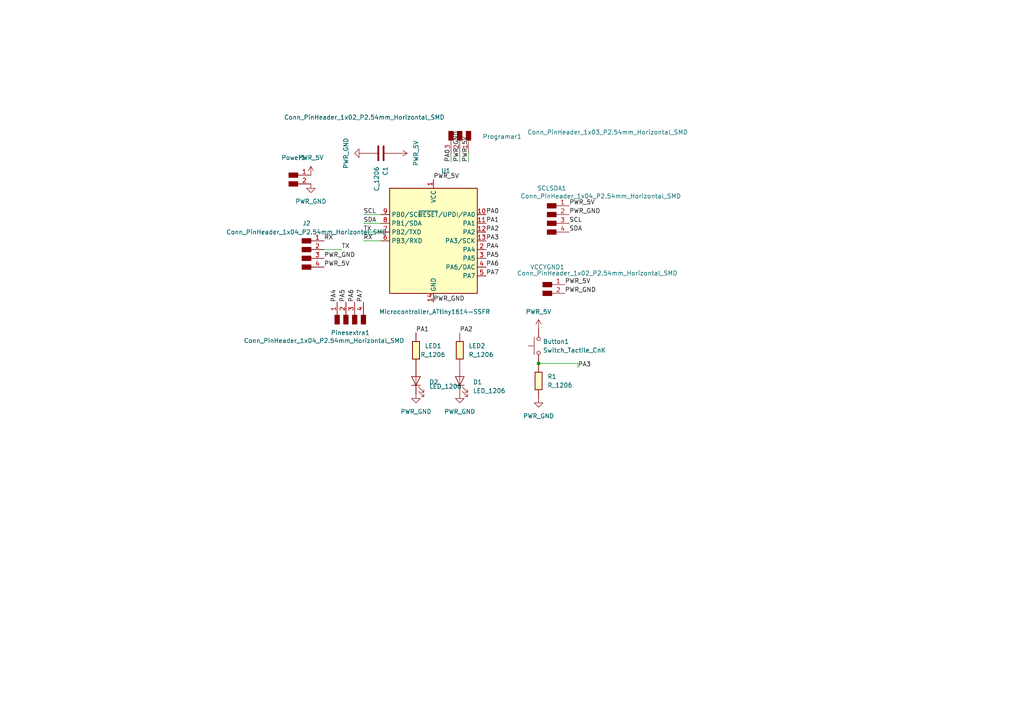
<source format=kicad_sch>
(kicad_sch (version 20231120) (generator "eeschema") (generator_version "8.0")
  (paper "A4")
  (lib_symbols
    (symbol "Fab:C_1206" (pin_numbers hide)
      (property "Reference" "C" (at 0.635 2.54 0))
      (property "Value" "C_1206" (at 0.635 -2.54 0))
      (symbol "C_1206_0_1"
        (polyline (pts (xy -2.032 -0.762) (xy 2.032 -0.762)) (stroke (width 0.508)))
        (polyline (pts (xy -2.032 0.762) (xy 2.032 0.762)) (stroke (width 0.508)))
        (polyline (pts (xy 0 -0.635) (xy 0 -2.54)))
        (polyline (pts (xy 0 0.635) (xy 0 2.54)))
      )
      (symbol "C_1206_1_1"
        (pin passive line (at 0 5.08 270) (length 2.54) (name "~") (number "1"))
        (pin passive line (at 0 -5.08 90) (length 2.54) (name "~") (number "2"))
      )
    )
    (symbol "Fab:Conn_PinHeader_1x02_P2.54mm_Horizontal_SMD" (pin_names hide)
      (property "Reference" "J" (at 0 2.54 0))
      (property "Value" "Conn_PinHeader_1x02_P2.54mm_Horizontal_SMD" (at 0 -5.08 0))
      (symbol "Conn_PinHeader_1x02_P2.54mm_Horizontal_SMD_1_1"
        (rectangle (start -1.27 -1.905) (end 1.27 -3.175) (stroke (width 0.254)) (fill (type outline)))
        (rectangle (start -1.27 0.635) (end 1.27 -0.635) (stroke (width 0.254)) (fill (type outline)))
        (pin passive line (at 5.08 0 180) (length 3.81) (name "Pin_1") (number "1"))
        (pin passive line (at 5.08 -2.54 180) (length 3.81) (name "Pin_2") (number "2"))
      )
    )
    (symbol "Fab:Conn_PinHeader_1x03_P2.54mm_Horizontal_SMD" (pin_names hide)
      (property "Reference" "J" (at 0 5.08 0))
      (property "Value" "Conn_PinHeader_1x03_P2.54mm_Horizontal_SMD" (at 0 -5.08 0))
      (symbol "Conn_PinHeader_1x03_P2.54mm_Horizontal_SMD_1_1"
        (rectangle (start -1.27 -1.905) (end 1.27 -3.175) (stroke (width 0.254)) (fill (type outline)))
        (rectangle (start -1.27 0.635) (end 1.27 -0.635) (stroke (width 0.254)) (fill (type outline)))
        (rectangle (start -1.27 3.175) (end 1.27 1.905) (stroke (width 0.254)) (fill (type outline)))
        (pin passive line (at 5.08 2.54 180) (length 3.81) (name "Pin_1") (number "1"))
        (pin passive line (at 5.08 0 180) (length 3.81) (name "Pin_2") (number "2"))
        (pin passive line (at 5.08 -2.54 180) (length 3.81) (name "Pin_3") (number "3"))
      )
    )
    (symbol "Fab:Conn_PinHeader_1x04_P2.54mm_Horizontal_SMD" (pin_names hide)
      (property "Reference" "J" (at 0 5.08 0))
      (property "Value" "Conn_PinHeader_1x04_P2.54mm_Horizontal_SMD" (at 0 -7.62 0))
      (symbol "Conn_PinHeader_1x04_P2.54mm_Horizontal_SMD_1_1"
        (rectangle (start -1.27 -4.445) (end 1.27 -5.715) (stroke (width 0.254)) (fill (type outline)))
        (rectangle (start -1.27 -1.905) (end 1.27 -3.175) (stroke (width 0.254)) (fill (type outline)))
        (rectangle (start -1.27 0.635) (end 1.27 -0.635) (stroke (width 0.254)) (fill (type outline)))
        (rectangle (start -1.27 3.175) (end 1.27 1.905) (stroke (width 0.254)) (fill (type outline)))
        (pin passive line (at 5.08 2.54 180) (length 3.81) (name "Pin_1") (number "1"))
        (pin passive line (at 5.08 0 180) (length 3.81) (name "Pin_2") (number "2"))
        (pin passive line (at 5.08 -2.54 180) (length 3.81) (name "Pin_3") (number "3"))
        (pin passive line (at 5.08 -5.08 180) (length 3.81) (name "Pin_4") (number "4"))
      )
    )
    (symbol "Fab:LED_1206" (pin_numbers hide) (pin_names (offset 1.016) hide)
      (property "Reference" "D" (at 0 2.54 0))
      (property "Value" "LED_1206" (at 0 -2.54 0))
      (symbol "LED_1206_0_1"
        (polyline (pts (xy -1.27 -1.27) (xy -1.27 1.27)) (stroke (width 0.2032)))
        (polyline (pts (xy -1.27 0) (xy 1.27 0)))
        (polyline (pts (xy 1.27 -1.27) (xy 1.27 1.27) (xy -1.27 0) (xy 1.27 -1.27)) (stroke (width 0.2032)))
        (polyline (pts (xy -3.048 -0.762) (xy -4.572 -2.286) (xy -3.81 -2.286) (xy -4.572 -2.286) (xy -4.572 -1.524)))
        (polyline (pts (xy -1.778 -0.762) (xy -3.302 -2.286) (xy -2.54 -2.286) (xy -3.302 -2.286) (xy -3.302 -1.524)))
      )
      (symbol "LED_1206_1_1"
        (pin passive line (at -3.81 0 0) (length 2.54) (name "K") (number "1"))
        (pin passive line (at 3.81 0 180) (length 2.54) (name "A") (number "2"))
      )
    )
    (symbol "Fab:Microcontroller_ATtiny1614-SSFR"
      (property "Reference" "U" (at -12.7 17.78 0))
      (property "Value" "Microcontroller_ATtiny1614-SSFR" (at 7.62 17.78 0))
      (symbol "Microcontroller_ATtiny1614-SSFR_0_1"
        (rectangle (start -12.7 -15.24) (end 12.7 15.24) (stroke (width 0.254)) (fill (type background)))
      )
      (symbol "Microcontroller_ATtiny1614-SSFR_1_1"
        (pin power_in line (at 0 17.78 270) (length 2.54) (name "VCC") (number "1"))
        (pin bidirectional line (at 15.24 7.62 180) (length 2.54) (name "~{RESET}/UPDI/PA0") (number "10"))
        (pin bidirectional line (at 15.24 5.08 180) (length 2.54) (name "PA1") (number "11"))
        (pin bidirectional line (at 15.24 2.54 180) (length 2.54) (name "PA2") (number "12"))
        (pin bidirectional line (at 15.24 0 180) (length 2.54) (name "PA3/SCK") (number "13"))
        (pin power_in line (at 0 -17.78 90) (length 2.54) (name "GND") (number "14"))
        (pin bidirectional line (at 15.24 -2.54 180) (length 2.54) (name "PA4") (number "2"))
        (pin bidirectional line (at 15.24 -5.08 180) (length 2.54) (name "PA5") (number "3"))
        (pin bidirectional line (at 15.24 -7.62 180) (length 2.54) (name "PA6/DAC") (number "4"))
        (pin bidirectional line (at 15.24 -10.16 180) (length 2.54) (name "PA7") (number "5"))
        (pin bidirectional line (at -15.24 0 0) (length 2.54) (name "PB3/RXD") (number "6"))
        (pin bidirectional line (at -15.24 2.54 0) (length 2.54) (name "PB2/TXD") (number "7"))
        (pin bidirectional line (at -15.24 5.08 0) (length 2.54) (name "PB1/SDA") (number "8"))
        (pin bidirectional line (at -15.24 7.62 0) (length 2.54) (name "PB0/SCL") (number "9"))
      )
    )
    (symbol "Fab:PWR_5V" (power) (pin_names (offset 0))
      (property "Value" "PWR_5V" (at 0 3.556 0))
      (symbol "PWR_5V_0_1"
        (polyline (pts (xy -0.762 1.27) (xy 0 2.54)))
        (polyline (pts (xy 0 0) (xy 0 2.54)))
        (polyline (pts (xy 0 2.54) (xy 0.762 1.27)))
      )
      (symbol "PWR_5V_1_1"
        (pin power_in line (at 0 0 90) (length 0) hide (name "PWR_5V") (number "1"))
      )
    )
    (symbol "Fab:PWR_GND" (power) (pin_names (offset 0))
      (property "Value" "PWR_GND" (at 0 -3.81 0))
      (symbol "PWR_GND_0_1"
        (polyline (pts (xy 0 0) (xy 0 -1.27) (xy 1.27 -1.27) (xy 0 -2.54) (xy -1.27 -1.27) (xy 0 -1.27)))
      )
      (symbol "PWR_GND_1_1"
        (pin power_in line (at 0 0 270) (length 0) hide (name "PWR_GND") (number "1"))
      )
    )
    (symbol "Fab:R_1206" (pin_numbers hide) (pin_names (offset 0))
      (property "Reference" "R" (at 2.54 0 90))
      (property "Value" "R_1206" (at -2.54 0 90))
      (symbol "R_1206_0_1"
        (rectangle (start -1.016 -2.54) (end 1.016 2.54) (stroke (width 0.254)) (fill (type background)))
      )
      (symbol "R_1206_1_1"
        (pin passive line (at 0 5.08 270) (length 2.54) (name "~") (number "1"))
        (pin passive line (at 0 -5.08 90) (length 2.54) (name "~") (number "2"))
      )
    )
    (symbol "Fab:Switch_Tactile_CnK" (pin_numbers hide) (pin_names (offset 1.016) hide)
      (property "Reference" "SW" (at 1.27 3.81 0))
      (property "Value" "Switch_Tactile_CnK" (at 0 0 0))
      (symbol "Switch_Tactile_CnK_0_1"
        (circle (center -2.032 0) (radius 0.508))
        (polyline (pts (xy 0 1.27) (xy 0 3.048)))
        (polyline (pts (xy 2.54 1.27) (xy -2.54 1.27)))
        (circle (center 2.032 0) (radius 0.508))
        (pin passive line (at -5.08 0 0) (length 2.54) (name "1") (number "1"))
        (pin passive line (at 5.08 0 180) (length 2.54) (name "2") (number "2"))
      )
    )
  )
  (junction (at 156.21 105.41))
  (wire (pts (xy 133.35 46.99) (xy 133.35 44.45)))
  (wire (pts (xy 130.81 46.99) (xy 130.81 44.45)))
  (wire (pts (xy 105.41 62.23) (xy 110.49 62.23)))
  (wire (pts (xy 99.06 72.39) (xy 93.98 72.39)))
  (wire (pts (xy 135.89 46.99) (xy 135.89 44.45)))
  (wire (pts (xy 167.64 105.41) (xy 167.64 106.68)))
  (wire (pts (xy 156.21 105.41) (xy 167.64 105.41)))
  (wire (pts (xy 105.41 64.77) (xy 110.49 64.77)))
  (wire (pts (xy 105.41 69.85) (xy 110.49 69.85)))
  (wire (pts (xy 105.41 67.31) (xy 110.49 67.31)))
  (label "PWR_5V" (at 93.98 77.47 0))
  (label "PA5" (at 140.97 74.93 0))
  (label "PWR_GND" (at 93.98 74.93 0))
  (label "PA0" (at 130.81 46.99 90))
  (label "SCL" (at 165.1 64.77 0))
  (label "PWR_GND" (at 165.1 62.23 0))
  (label "PA4" (at 97.79 87.63 90))
  (label "PA4" (at 140.97 72.39 0))
  (label "PA3" (at 140.97 69.85 0))
  (label "PWR_5V" (at 125.73 52.07 0))
  (label "TX" (at 99.06 72.39 0))
  (label "PWR_GND" (at 133.35 46.99 90))
  (label "TX" (at 105.41 67.31 0))
  (label "PA0" (at 140.97 62.23 0))
  (label "SDA" (at 105.41 64.77 0))
  (label "PA3" (at 167.64 106.68 0))
  (label "PWR_5V" (at 165.1 59.69 0))
  (label "PA5" (at 100.33 87.63 90))
  (label "PA2" (at 140.97 67.31 0))
  (label "RX" (at 93.98 69.85 0))
  (label "SDA" (at 165.1 67.31 0))
  (label "PA1" (at 140.97 64.77 0))
  (label "PA1" (at 120.65 96.52 0))
  (label "PA7" (at 140.97 80.01 0))
  (label "PWR_5V" (at 135.89 46.99 90))
  (label "RX" (at 105.41 69.85 0))
  (label "PA7" (at 105.41 87.63 90))
  (label "PA6" (at 140.97 77.47 0))
  (label "PA6" (at 102.87 87.63 90))
  (label "PWR_5V" (at 163.83 82.55 0))
  (label "PWR_GND" (at 125.73 87.63 0))
  (label "SCL" (at 105.41 62.23 0))
  (label "PWR_GND" (at 163.83 85.09 0))
  (label "PA2" (at 133.35 96.52 0))
  (symbol (lib_id "Fab:Conn_PinHeader_1x04_P2.54mm_Horizontal_SMD") (at 100.33 92.71 90) (unit 1)
    (property "Reference" "Pinesextra1" (at 101.6 96.52 90))
    (property "Value" "Conn_PinHeader_1x04_P2.54mm_Horizontal_SMD" (at 93.98 98.806 90))
    (property "Footprint" "fab:PinHeader_1x04_P2.54mm_Horizontal_SMD" (effects (hide yes)))
    (property "Description" "Male connector, single row" (effects (hide yes)))
  )
  (symbol (lib_id "Fab:Conn_PinHeader_1x04_P2.54mm_Horizontal_SMD") (at 160.02 62.23 0) (unit 1)
    (property "Reference" "SCLSDA1" (at 160.02 54.61 0))
    (property "Value" "Conn_PinHeader_1x04_P2.54mm_Horizontal_SMD" (at 174.244 56.896 0))
    (property "Footprint" "fab:PinHeader_1x04_P2.54mm_Horizontal_SMD" (effects (hide yes)))
    (property "Description" "Male connector, single row" (effects (hide yes)))
  )
  (symbol (lib_id "Fab:Conn_PinHeader_1x03_P2.54mm_Horizontal_SMD") (at 133.35 39.37 270) (unit 1)
    (property "Reference" "Programar1" (at 139.954 39.624 90) (effects (justify left)))
    (property "Value" "Conn_PinHeader_1x03_P2.54mm_Horizontal_SMD" (at 152.908 38.354 90) (effects (justify left)))
    (property "Footprint" "fab:PinHeader_1x03_P2.54mm_Horizontal_SMD" (effects (hide yes)))
    (property "Description" "Male connector, single row" (effects (hide yes)))
  )
  (symbol (lib_id "Fab:PWR_GND") (at 90.17 53.34 0) (unit 1)
    (property "Reference" "#PWR02" (effects (hide yes)))
    (property "Value" "PWR_GND" (at 90.17 58.42 0))
    (property "Description" "Power symbol creates a global label with name \"GND\" , ground" (effects (hide yes)))
  )
  (symbol (lib_id "Fab:Microcontroller_ATtiny1614-SSFR") (at 125.73 69.85 0) (unit 1)
    (property "Reference" "U1" (at 127.9241 49.53 0) (effects (justify left)))
    (property "Value" "Microcontroller_ATtiny1614-SSFR" (at 109.982 90.424 0) (effects (justify left)))
    (property "Footprint" "fab:SOIC-14_3.9x8.7mm_P1.27mm" (effects (hide yes)))
    (property "Datasheet" "http://ww1.microchip.com/downloads/en/DeviceDoc/ATtiny1614-16-17-DataSheet-DS40002204A.pdf" (effects (hide yes)))
    (property "Description" "AVR tinyAVR™ 1 Microcontroller IC 8-Bit 16MHz 16KB (16K x 8) FLASH 14-SOIC" (effects (hide yes)))
  )
  (symbol (lib_id "Fab:Conn_PinHeader_1x04_P2.54mm_Horizontal_SMD") (at 88.9 72.39 0) (unit 1)
    (property "Reference" "J2" (at 88.9 64.77 0))
    (property "Value" "Conn_PinHeader_1x04_P2.54mm_Horizontal_SMD" (at 88.9 67.31 0))
    (property "Footprint" "fab:PinHeader_1x04_P2.54mm_Horizontal_SMD" (effects (hide yes)))
    (property "Description" "Male connector, single row" (effects (hide yes)))
  )
  (symbol (lib_id "Fab:LED_1206") (at 120.65 110.49 90) (unit 1)
    (property "Reference" "D2" (at 124.46 110.8201 90) (effects (justify right)))
    (property "Value" "LED_1206" (at 124.46 112.0901 90) (effects (justify right)))
    (property "Footprint" "fab:LED_1206" (effects (hide yes)))
    (property "Datasheet" "https://optoelectronics.liteon.com/upload/download/DS-22-98-0002/LTST-C150CKT.pdf" (effects (hide yes)))
    (property "Description" "Light emitting diode, Lite-On Inc. LTST, SMD" (effects (hide yes)))
  )
  (symbol (lib_id "Fab:Conn_PinHeader_1x02_P2.54mm_Horizontal_SMD") (at 158.75 82.55 0) (unit 1)
    (property "Reference" "VCCYGND1" (at 158.75 77.47 0))
    (property "Value" "Conn_PinHeader_1x02_P2.54mm_Horizontal_SMD" (at 173.228 79.248 0))
    (property "Footprint" "fab:PinHeader_1x02_P2.54mm_Horizontal_SMD" (effects (hide yes)))
    (property "Description" "Male connector, single row" (effects (hide yes)))
  )
  (symbol (lib_id "Fab:PWR_GND") (at 120.65 114.3 0) (unit 1)
    (property "Reference" "#PWR06" (effects (hide yes)))
    (property "Value" "PWR_GND" (at 120.65 119.38 0))
    (property "Description" "Power symbol creates a global label with name \"GND\" , ground" (effects (hide yes)))
  )
  (symbol (lib_id "Fab:R_1206") (at 133.35 101.6 0) (unit 1)
    (property "Reference" "LED2" (at 135.89 100.3299 0) (effects (justify left)))
    (property "Value" "R_1206" (at 135.89 102.8699 0) (effects (justify left)))
    (property "Footprint" "fab:R_1206" (effects (hide yes)))
    (property "Description" "Resistor" (effects (hide yes)))
  )
  (symbol (lib_id "Fab:R_1206") (at 120.65 101.6 0) (unit 1)
    (property "Reference" "LED1" (at 123.19 100.3299 0) (effects (justify left)))
    (property "Value" "R_1206" (at 121.92 102.8699 0) (effects (justify left)))
    (property "Footprint" "fab:R_1206" (effects (hide yes)))
    (property "Description" "Resistor" (effects (hide yes)))
  )
  (symbol (lib_id "Fab:PWR_GND") (at 156.21 115.57 0) (unit 1)
    (property "Reference" "#PWR04" (effects (hide yes)))
    (property "Value" "PWR_GND" (at 156.21 120.65 0))
    (property "Description" "Power symbol creates a global label with name \"GND\" , ground" (effects (hide yes)))
  )
  (symbol (lib_id "Fab:LED_1206") (at 133.35 110.49 90) (unit 1)
    (property "Reference" "D1" (at 137.16 110.8201 90) (effects (justify right)))
    (property "Value" "LED_1206" (at 137.16 113.3601 90) (effects (justify right)))
    (property "Footprint" "fab:LED_1206" (effects (hide yes)))
    (property "Datasheet" "https://optoelectronics.liteon.com/upload/download/DS-22-98-0002/LTST-C150CKT.pdf" (effects (hide yes)))
    (property "Description" "Light emitting diode, Lite-On Inc. LTST, SMD" (effects (hide yes)))
  )
  (symbol (lib_id "Fab:Switch_Tactile_CnK") (at 156.21 100.33 90) (unit 1)
    (property "Reference" "Button1" (at 157.48 99.0599 90) (effects (justify right)))
    (property "Value" "Switch_Tactile_CnK" (at 157.48 101.5999 90) (effects (justify right)))
    (property "Footprint" "fab:Button_CnK_PTS636.0_6x3.5mm" (effects (hide yes)))
    (property "Datasheet" "https://www.ckswitches.com/media/2779/pts636.pdf" (effects (hide yes)))
    (property "Description" "Push button switch, C&K PTS636 SM25F SMTR LFS, Tactile Switch SPST-NO Top Actuated Surface Mount" (effects (hide yes)))
  )
  (symbol (lib_id "Fab:C_1206") (at 110.49 44.45 270) (unit 1)
    (property "Reference" "C1" (at 111.7601 48.26 0) (effects (justify left)))
    (property "Value" "C_1206" (at 109.2201 48.26 0) (effects (justify left)))
    (property "Footprint" "fab:C_1206" (effects (hide yes)))
    (property "Datasheet" "https://www.yageo.com/upload/media/product/productsearch/datasheet/mlcc/UPY-GP_NP0_16V-to-50V_18.pdf" (effects (hide yes)))
    (property "Description" "Unpolarized capacitor, SMD, 1206" (effects (hide yes)))
  )
  (symbol (lib_id "Fab:PWR_5V") (at 156.21 95.25 0) (unit 1)
    (property "Reference" "#PWR03" (effects (hide yes)))
    (property "Value" "PWR_5V" (at 156.21 90.424 0))
    (property "Description" "Power symbol creates a global label with name \"+5V\"" (effects (hide yes)))
  )
  (symbol (lib_id "Fab:PWR_GND") (at 133.35 114.3 0) (unit 1)
    (property "Reference" "#PWR05" (effects (hide yes)))
    (property "Value" "PWR_GND" (at 133.35 119.38 0))
    (property "Description" "Power symbol creates a global label with name \"GND\" , ground" (effects (hide yes)))
  )
  (symbol (lib_id "Fab:Conn_PinHeader_1x02_P2.54mm_Horizontal_SMD") (at 85.09 50.8 0) (unit 1)
    (property "Reference" "Power1" (at 85.09 45.72 0))
    (property "Value" "Conn_PinHeader_1x02_P2.54mm_Horizontal_SMD" (at 105.664 34.036 0))
    (property "Footprint" "fab:PinHeader_1x02_P2.54mm_Horizontal_SMD" (effects (hide yes)))
    (property "Description" "Male connector, single row" (effects (hide yes)))
  )
  (symbol (lib_id "Fab:PWR_5V") (at 90.17 50.8 0) (unit 1)
    (property "Reference" "#PWR01" (effects (hide yes)))
    (property "Value" "PWR_5V" (at 90.17 45.72 0))
    (property "Description" "Power symbol creates a global label with name \"+5V\"" (effects (hide yes)))
  )
  (symbol (lib_id "Fab:PWR_5V") (at 115.57 44.45 270) (unit 1)
    (property "Reference" "#PWR08" (effects (hide yes)))
    (property "Value" "PWR_5V" (at 120.65 44.45 0))
    (property "Description" "Power symbol creates a global label with name \"+5V\"" (effects (hide yes)))
  )
  (symbol (lib_id "Fab:R_1206") (at 156.21 110.49 0) (unit 1)
    (property "Reference" "R1" (at 158.75 109.2199 0) (effects (justify left)))
    (property "Value" "R_1206" (at 158.75 111.7599 0) (effects (justify left)))
    (property "Footprint" "fab:R_1206" (effects (hide yes)))
    (property "Description" "Resistor" (effects (hide yes)))
  )
  (symbol (lib_id "Fab:PWR_GND") (at 105.41 44.45 270) (unit 1)
    (property "Reference" "#PWR07" (effects (hide yes)))
    (property "Value" "PWR_GND" (at 100.33 44.45 0))
    (property "Description" "Power symbol creates a global label with name \"GND\" , ground" (effects (hide yes)))
  )
)
</source>
